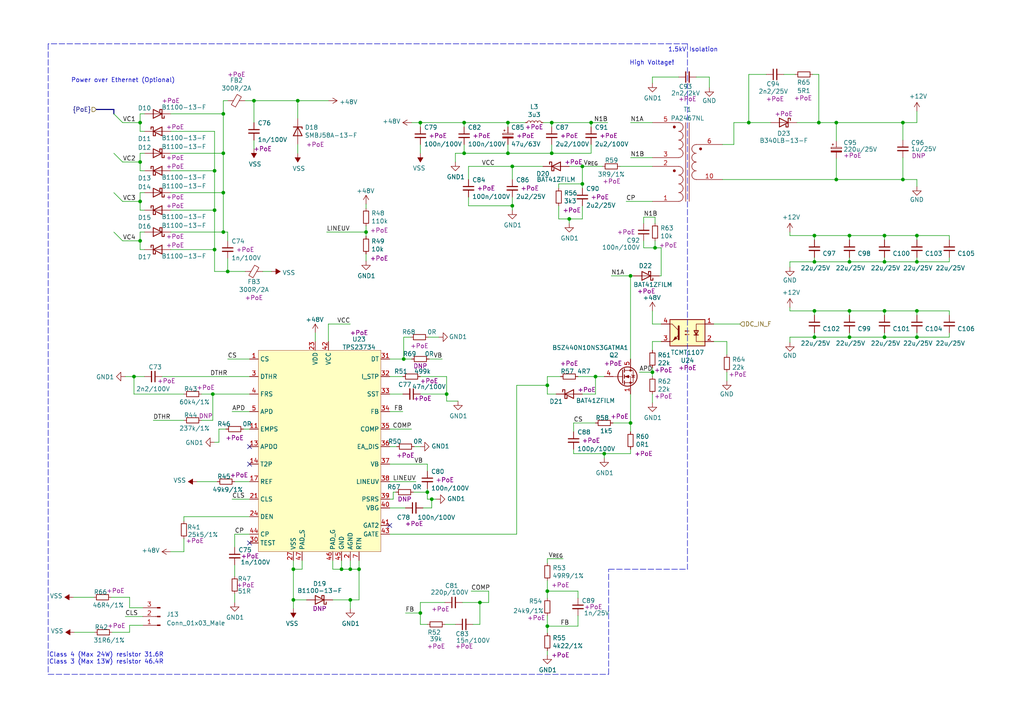
<source format=kicad_sch>
(kicad_sch (version 20210406) (generator eeschema)
  (paper "A4")
  (title_block (title "Power over Ethernet") (date "2021-01-12") (rev "0.1") (company "Nabu Casa") (comment 1 "www.nabucasa.com") (comment 2 "Light Blue"))
  (junction (at 38.862 109.22) (diameter 0.9144))
  (junction (at 40.64 35.56) (diameter 0.9144))
  (junction (at 40.64 46.99) (diameter 0.9144))
  (junction (at 40.64 58.42) (diameter 0.9144))
  (junction (at 40.64 69.85) (diameter 0.9144))
  (junction (at 61.722 114.3) (diameter 0.9144))
  (junction (at 62.23 49.53) (diameter 0.9144))
  (junction (at 62.23 60.96) (diameter 0.9144))
  (junction (at 62.23 72.39) (diameter 0.9144))
  (junction (at 64.77 33.02) (diameter 0.9144))
  (junction (at 64.77 44.45) (diameter 0.9144))
  (junction (at 64.77 55.88) (diameter 0.9144))
  (junction (at 64.77 67.31) (diameter 0.9144))
  (junction (at 66.04 78.74) (diameter 0.9144))
  (junction (at 73.66 29.21) (diameter 0.9144))
  (junction (at 85.09 165.1) (diameter 0.9144))
  (junction (at 85.09 173.99) (diameter 0.9144))
  (junction (at 86.36 29.21) (diameter 0.9144))
  (junction (at 99.06 165.1) (diameter 0.9144))
  (junction (at 101.6 165.1) (diameter 0.9144))
  (junction (at 101.6 173.99) (diameter 0.9144))
  (junction (at 104.14 165.1) (diameter 0.9144))
  (junction (at 106.172 67.31) (diameter 0.9144))
  (junction (at 117.094 104.14) (diameter 0.9144))
  (junction (at 121.92 35.56) (diameter 0.9144))
  (junction (at 121.92 177.8) (diameter 0.9144))
  (junction (at 123.952 142.748) (diameter 0.9144))
  (junction (at 125.222 144.78) (diameter 0.9144))
  (junction (at 129.54 114.3) (diameter 0.9144))
  (junction (at 134.62 35.56) (diameter 0.9144))
  (junction (at 134.62 44.45) (diameter 0.9144))
  (junction (at 139.192 174.752) (diameter 0.9144))
  (junction (at 147.32 35.56) (diameter 0.9144))
  (junction (at 147.32 44.45) (diameter 0.9144))
  (junction (at 148.59 48.26) (diameter 0.9144))
  (junction (at 148.59 59.69) (diameter 0.9144))
  (junction (at 158.75 111.76) (diameter 0.9144))
  (junction (at 158.75 171.45) (diameter 0.9144))
  (junction (at 158.75 181.61) (diameter 0.9144))
  (junction (at 160.02 35.56) (diameter 0.9144))
  (junction (at 160.02 44.45) (diameter 0.9144))
  (junction (at 165.1 63.5) (diameter 0.9144))
  (junction (at 168.91 48.26) (diameter 0.9144))
  (junction (at 168.91 53.34) (diameter 0.9144))
  (junction (at 171.45 35.56) (diameter 0.9144))
  (junction (at 172.72 109.22) (diameter 0.9144))
  (junction (at 175.26 131.572) (diameter 0.9144))
  (junction (at 182.88 80.01) (diameter 0.9144))
  (junction (at 182.88 122.682) (diameter 0.9144))
  (junction (at 189.23 107.95) (diameter 0.9144))
  (junction (at 189.992 71.882) (diameter 0.9144))
  (junction (at 217.17 35.56) (diameter 0.9144))
  (junction (at 236.22 68.326) (diameter 0.9144))
  (junction (at 236.22 75.946) (diameter 0.9144))
  (junction (at 236.22 90.17) (diameter 0.9144))
  (junction (at 236.22 97.79) (diameter 0.9144))
  (junction (at 237.49 35.56) (diameter 0.9144))
  (junction (at 242.57 35.56) (diameter 0.9144))
  (junction (at 242.57 52.07) (diameter 0.9144))
  (junction (at 246.38 68.326) (diameter 0.9144))
  (junction (at 246.38 75.946) (diameter 0.9144))
  (junction (at 246.38 90.17) (diameter 0.9144))
  (junction (at 246.38 97.79) (diameter 0.9144))
  (junction (at 256.54 68.326) (diameter 0.9144))
  (junction (at 256.54 75.946) (diameter 0.9144))
  (junction (at 256.54 90.17) (diameter 0.9144))
  (junction (at 256.54 97.79) (diameter 0.9144))
  (junction (at 261.874 35.56) (diameter 0.9144))
  (junction (at 261.874 52.07) (diameter 0.9144))
  (junction (at 265.938 68.326) (diameter 0.9144))
  (junction (at 265.938 75.946) (diameter 0.9144))
  (junction (at 265.938 90.17) (diameter 0.9144))
  (junction (at 265.938 97.79) (diameter 0.9144))
  (no_connect (at 72.39 129.54))
  (no_connect (at 72.39 134.62))
  (no_connect (at 72.39 157.48))
  (no_connect (at 113.03 152.4))
  (bus_entry (at 33.02 33.02) (size 2.54 2.54) (stroke (width 0.1524)))
  (bus_entry (at 33.02 44.45) (size 2.54 2.54) (stroke (width 0.1524)))
  (bus_entry (at 33.02 55.88) (size 2.54 2.54) (stroke (width 0.1524)))
  (bus_entry (at 33.02 67.31) (size 2.54 2.54) (stroke (width 0.1524)))
  (wire (pts (xy 21.336 173.228) (xy 27.178 173.228)))
  (wire (pts (xy 21.59 183.388) (xy 27.432 183.388)))
  (wire (pts (xy 35.56 35.56) (xy 40.64 35.56)))
  (wire (pts (xy 35.56 46.99) (xy 40.64 46.99)))
  (wire (pts (xy 35.56 58.42) (xy 40.64 58.42)))
  (wire (pts (xy 35.56 69.85) (xy 40.64 69.85)))
  (wire (pts (xy 36.322 109.22) (xy 38.862 109.22)))
  (wire (pts (xy 36.322 178.816) (xy 41.402 178.816)))
  (wire (pts (xy 37.592 173.228) (xy 32.258 173.228)))
  (wire (pts (xy 37.592 176.276) (xy 37.592 173.228)))
  (wire (pts (xy 37.592 181.356) (xy 37.592 183.388)))
  (wire (pts (xy 37.592 183.388) (xy 32.512 183.388)))
  (wire (pts (xy 38.862 109.22) (xy 41.91 109.22)))
  (wire (pts (xy 38.862 114.3) (xy 38.862 109.22)))
  (wire (pts (xy 40.64 33.02) (xy 40.64 35.56)))
  (wire (pts (xy 40.64 38.1) (xy 40.64 35.56)))
  (wire (pts (xy 40.64 44.45) (xy 40.64 46.99)))
  (wire (pts (xy 40.64 49.53) (xy 40.64 46.99)))
  (wire (pts (xy 40.64 55.88) (xy 40.64 58.42)))
  (wire (pts (xy 40.64 60.96) (xy 40.64 58.42)))
  (wire (pts (xy 40.64 67.31) (xy 40.64 69.85)))
  (wire (pts (xy 40.64 72.39) (xy 40.64 69.85)))
  (wire (pts (xy 41.402 176.276) (xy 37.592 176.276)))
  (wire (pts (xy 41.402 181.356) (xy 37.592 181.356)))
  (wire (pts (xy 41.91 33.02) (xy 40.64 33.02)))
  (wire (pts (xy 41.91 38.1) (xy 40.64 38.1)))
  (wire (pts (xy 41.91 44.45) (xy 40.64 44.45)))
  (wire (pts (xy 41.91 49.53) (xy 40.64 49.53)))
  (wire (pts (xy 41.91 55.88) (xy 40.64 55.88)))
  (wire (pts (xy 41.91 60.96) (xy 40.64 60.96)))
  (wire (pts (xy 41.91 67.31) (xy 40.64 67.31)))
  (wire (pts (xy 41.91 72.39) (xy 40.64 72.39)))
  (wire (pts (xy 44.45 121.92) (xy 53.34 121.92)))
  (wire (pts (xy 46.99 109.22) (xy 72.39 109.22)))
  (wire (pts (xy 49.53 33.02) (xy 64.77 33.02)))
  (wire (pts (xy 49.53 38.1) (xy 62.23 38.1)))
  (wire (pts (xy 49.53 44.45) (xy 64.77 44.45)))
  (wire (pts (xy 49.53 49.53) (xy 62.23 49.53)))
  (wire (pts (xy 49.53 55.88) (xy 64.77 55.88)))
  (wire (pts (xy 49.53 60.96) (xy 62.23 60.96)))
  (wire (pts (xy 49.53 67.31) (xy 64.77 67.31)))
  (wire (pts (xy 49.53 72.39) (xy 62.23 72.39)))
  (wire (pts (xy 53.34 114.3) (xy 38.862 114.3)))
  (wire (pts (xy 53.34 149.86) (xy 53.34 151.13)))
  (wire (pts (xy 53.34 156.21) (xy 53.34 160.02)))
  (wire (pts (xy 53.34 160.02) (xy 49.53 160.02)))
  (wire (pts (xy 57.15 139.7) (xy 62.992 139.7)))
  (wire (pts (xy 58.42 114.3) (xy 61.722 114.3)))
  (wire (pts (xy 58.42 121.92) (xy 61.722 121.92)))
  (wire (pts (xy 61.722 114.3) (xy 72.39 114.3)))
  (wire (pts (xy 61.722 121.92) (xy 61.722 114.3)))
  (wire (pts (xy 62.23 38.1) (xy 62.23 49.53)))
  (wire (pts (xy 62.23 49.53) (xy 62.23 60.96)))
  (wire (pts (xy 62.23 60.96) (xy 62.23 72.39)))
  (wire (pts (xy 62.23 72.39) (xy 62.23 78.74)))
  (wire (pts (xy 62.23 78.74) (xy 66.04 78.74)))
  (wire (pts (xy 63.5 124.46) (xy 63.5 128.27)))
  (wire (pts (xy 63.5 124.46) (xy 65.532 124.46)))
  (wire (pts (xy 63.5 128.27) (xy 62.23 128.27)))
  (wire (pts (xy 64.77 29.21) (xy 64.77 33.02)))
  (wire (pts (xy 64.77 29.21) (xy 66.04 29.21)))
  (wire (pts (xy 64.77 33.02) (xy 64.77 44.45)))
  (wire (pts (xy 64.77 44.45) (xy 64.77 55.88)))
  (wire (pts (xy 64.77 55.88) (xy 64.77 67.31)))
  (wire (pts (xy 64.77 67.31) (xy 66.04 67.31)))
  (wire (pts (xy 66.04 67.31) (xy 66.04 69.85)))
  (wire (pts (xy 66.04 74.93) (xy 66.04 78.74)))
  (wire (pts (xy 66.04 78.74) (xy 71.12 78.74)))
  (wire (pts (xy 66.04 104.14) (xy 72.39 104.14)))
  (wire (pts (xy 67.31 119.38) (xy 72.39 119.38)))
  (wire (pts (xy 67.31 144.78) (xy 72.39 144.78)))
  (wire (pts (xy 68.072 139.7) (xy 72.39 139.7)))
  (wire (pts (xy 68.072 154.94) (xy 68.072 158.75)))
  (wire (pts (xy 68.072 154.94) (xy 72.39 154.94)))
  (wire (pts (xy 68.072 163.83) (xy 68.072 167.132)))
  (wire (pts (xy 68.072 172.212) (xy 68.072 174.752)))
  (wire (pts (xy 70.612 124.46) (xy 72.39 124.46)))
  (wire (pts (xy 71.12 29.21) (xy 73.66 29.21)))
  (wire (pts (xy 72.39 149.86) (xy 53.34 149.86)))
  (wire (pts (xy 73.66 29.21) (xy 73.66 35.56)))
  (wire (pts (xy 73.66 29.21) (xy 86.36 29.21)))
  (wire (pts (xy 73.66 40.64) (xy 73.66 43.18)))
  (wire (pts (xy 76.2 78.74) (xy 78.74 78.74)))
  (wire (pts (xy 85.09 165.1) (xy 85.09 162.56)))
  (wire (pts (xy 85.09 165.1) (xy 85.09 173.99)))
  (wire (pts (xy 85.09 173.99) (xy 85.09 176.53)))
  (wire (pts (xy 85.09 173.99) (xy 88.9 173.99)))
  (wire (pts (xy 86.36 29.21) (xy 95.25 29.21)))
  (wire (pts (xy 86.36 34.29) (xy 86.36 29.21)))
  (wire (pts (xy 86.36 41.91) (xy 86.36 44.45)))
  (wire (pts (xy 87.63 162.56) (xy 87.63 165.1)))
  (wire (pts (xy 87.63 165.1) (xy 85.09 165.1)))
  (wire (pts (xy 91.44 96.52) (xy 91.44 99.06)))
  (wire (pts (xy 94.742 67.31) (xy 106.172 67.31)))
  (wire (pts (xy 95.25 93.98) (xy 101.6 93.98)))
  (wire (pts (xy 95.25 99.06) (xy 95.25 93.98)))
  (wire (pts (xy 96.52 162.56) (xy 96.52 165.1)))
  (wire (pts (xy 96.52 165.1) (xy 99.06 165.1)))
  (wire (pts (xy 96.52 173.99) (xy 101.6 173.99)))
  (wire (pts (xy 99.06 162.56) (xy 99.06 165.1)))
  (wire (pts (xy 99.06 165.1) (xy 101.6 165.1)))
  (wire (pts (xy 101.6 162.56) (xy 101.6 165.1)))
  (wire (pts (xy 101.6 165.1) (xy 104.14 165.1)))
  (wire (pts (xy 101.6 173.99) (xy 101.6 176.53)))
  (wire (pts (xy 104.14 165.1) (xy 104.14 162.56)))
  (wire (pts (xy 104.14 165.1) (xy 104.14 173.99)))
  (wire (pts (xy 104.14 173.99) (xy 101.6 173.99)))
  (wire (pts (xy 106.172 59.182) (xy 106.172 60.452)))
  (wire (pts (xy 106.172 65.532) (xy 106.172 67.31)))
  (wire (pts (xy 106.172 67.31) (xy 106.172 68.58)))
  (wire (pts (xy 106.172 73.66) (xy 106.172 75.692)))
  (wire (pts (xy 113.03 104.14) (xy 117.094 104.14)))
  (wire (pts (xy 113.03 109.22) (xy 116.84 109.22)))
  (wire (pts (xy 113.03 114.3) (xy 116.84 114.3)))
  (wire (pts (xy 113.03 119.38) (xy 116.84 119.38)))
  (wire (pts (xy 113.03 124.46) (xy 119.38 124.46)))
  (wire (pts (xy 113.03 129.54) (xy 115.062 129.54)))
  (wire (pts (xy 113.03 134.62) (xy 123.952 134.62)))
  (wire (pts (xy 113.03 139.7) (xy 120.65 139.7)))
  (wire (pts (xy 113.03 147.32) (xy 117.602 147.32)))
  (wire (pts (xy 113.03 154.94) (xy 149.86 154.94)))
  (wire (pts (xy 114.046 142.748) (xy 114.046 144.78)))
  (wire (pts (xy 114.046 144.78) (xy 113.03 144.78)))
  (wire (pts (xy 114.808 142.748) (xy 114.046 142.748)))
  (wire (pts (xy 117.094 97.79) (xy 117.094 104.14)))
  (wire (pts (xy 117.094 104.14) (xy 119.38 104.14)))
  (wire (pts (xy 117.602 177.8) (xy 121.92 177.8)))
  (wire (pts (xy 119.126 97.79) (xy 117.094 97.79)))
  (wire (pts (xy 119.38 35.56) (xy 121.92 35.56)))
  (wire (pts (xy 119.888 142.748) (xy 123.952 142.748)))
  (wire (pts (xy 120.142 129.54) (xy 121.92 129.54)))
  (wire (pts (xy 121.92 35.56) (xy 121.92 36.83)))
  (wire (pts (xy 121.92 35.56) (xy 134.62 35.56)))
  (wire (pts (xy 121.92 41.91) (xy 121.92 44.45)))
  (wire (pts (xy 121.92 109.22) (xy 129.54 109.22)))
  (wire (pts (xy 121.92 114.3) (xy 129.54 114.3)))
  (wire (pts (xy 121.92 174.752) (xy 121.92 177.8)))
  (wire (pts (xy 121.92 181.102) (xy 121.92 177.8)))
  (wire (pts (xy 122.682 147.32) (xy 125.222 147.32)))
  (wire (pts (xy 123.952 134.62) (xy 123.952 136.652)))
  (wire (pts (xy 123.952 141.732) (xy 123.952 142.748)))
  (wire (pts (xy 123.952 142.748) (xy 123.952 144.78)))
  (wire (pts (xy 123.952 144.78) (xy 125.222 144.78)))
  (wire (pts (xy 123.952 181.102) (xy 121.92 181.102)))
  (wire (pts (xy 124.206 97.79) (xy 127.254 97.79)))
  (wire (pts (xy 124.46 104.14) (xy 128.27 104.14)))
  (wire (pts (xy 125.222 144.78) (xy 126.492 144.78)))
  (wire (pts (xy 125.222 147.32) (xy 125.222 144.78)))
  (wire (pts (xy 129.032 174.752) (xy 121.92 174.752)))
  (wire (pts (xy 129.032 181.102) (xy 132.08 181.102)))
  (wire (pts (xy 129.54 109.22) (xy 129.54 114.3)))
  (wire (pts (xy 129.54 116.332) (xy 129.54 114.3)))
  (wire (pts (xy 132.08 44.45) (xy 132.08 46.99)))
  (wire (pts (xy 132.842 116.332) (xy 129.54 116.332)))
  (wire (pts (xy 134.112 174.752) (xy 139.192 174.752)))
  (wire (pts (xy 134.62 35.56) (xy 134.62 36.83)))
  (wire (pts (xy 134.62 35.56) (xy 147.32 35.56)))
  (wire (pts (xy 134.62 41.91) (xy 134.62 44.45)))
  (wire (pts (xy 134.62 44.45) (xy 132.08 44.45)))
  (wire (pts (xy 134.62 44.45) (xy 147.32 44.45)))
  (wire (pts (xy 135.89 48.26) (xy 135.89 52.07)))
  (wire (pts (xy 135.89 48.26) (xy 148.59 48.26)))
  (wire (pts (xy 135.89 57.15) (xy 135.89 59.69)))
  (wire (pts (xy 135.89 59.69) (xy 148.59 59.69)))
  (wire (pts (xy 137.16 181.102) (xy 139.192 181.102)))
  (wire (pts (xy 139.192 174.752) (xy 141.732 174.752)))
  (wire (pts (xy 139.192 181.102) (xy 139.192 174.752)))
  (wire (pts (xy 141.732 171.45) (xy 136.652 171.45)))
  (wire (pts (xy 141.732 174.752) (xy 141.732 171.45)))
  (wire (pts (xy 147.32 35.56) (xy 147.32 36.83)))
  (wire (pts (xy 147.32 35.56) (xy 152.4 35.56)))
  (wire (pts (xy 147.32 41.91) (xy 147.32 44.45)))
  (wire (pts (xy 147.32 44.45) (xy 160.02 44.45)))
  (wire (pts (xy 148.59 48.26) (xy 148.59 52.07)))
  (wire (pts (xy 148.59 48.26) (xy 157.48 48.26)))
  (wire (pts (xy 148.59 57.15) (xy 148.59 59.69)))
  (wire (pts (xy 148.59 59.69) (xy 148.59 60.96)))
  (wire (pts (xy 149.86 111.76) (xy 158.75 111.76)))
  (wire (pts (xy 149.86 154.94) (xy 149.86 111.76)))
  (wire (pts (xy 157.48 35.56) (xy 160.02 35.56)))
  (wire (pts (xy 158.75 109.22) (xy 162.56 109.22)))
  (wire (pts (xy 158.75 111.76) (xy 158.75 109.22)))
  (wire (pts (xy 158.75 114.3) (xy 158.75 111.76)))
  (wire (pts (xy 158.75 162.052) (xy 163.322 162.052)))
  (wire (pts (xy 158.75 163.322) (xy 158.75 162.052)))
  (wire (pts (xy 158.75 168.402) (xy 158.75 171.45)))
  (wire (pts (xy 158.75 171.45) (xy 158.75 173.482)))
  (wire (pts (xy 158.75 171.45) (xy 167.64 171.45)))
  (wire (pts (xy 158.75 178.562) (xy 158.75 181.61)))
  (wire (pts (xy 158.75 181.61) (xy 158.75 183.642)))
  (wire (pts (xy 158.75 188.722) (xy 158.75 189.992)))
  (wire (pts (xy 160.02 35.56) (xy 160.02 36.83)))
  (wire (pts (xy 160.02 35.56) (xy 171.45 35.56)))
  (wire (pts (xy 160.02 41.91) (xy 160.02 44.45)))
  (wire (pts (xy 160.02 44.45) (xy 171.45 44.45)))
  (wire (pts (xy 161.29 114.3) (xy 158.75 114.3)))
  (wire (pts (xy 162.052 53.34) (xy 168.91 53.34)))
  (wire (pts (xy 162.052 54.61) (xy 162.052 53.34)))
  (wire (pts (xy 162.052 59.69) (xy 162.052 63.5)))
  (wire (pts (xy 162.052 63.5) (xy 165.1 63.5)))
  (wire (pts (xy 165.1 48.26) (xy 168.91 48.26)))
  (wire (pts (xy 165.1 63.5) (xy 165.1 64.77)))
  (wire (pts (xy 165.1 63.5) (xy 168.91 63.5)))
  (wire (pts (xy 166.37 122.682) (xy 166.37 125.222)))
  (wire (pts (xy 166.37 131.572) (xy 166.37 130.302)))
  (wire (pts (xy 167.64 173.482) (xy 167.64 171.45)))
  (wire (pts (xy 167.64 178.562) (xy 167.64 181.61)))
  (wire (pts (xy 167.64 181.61) (xy 158.75 181.61)))
  (wire (pts (xy 168.91 48.26) (xy 168.91 53.34)))
  (wire (pts (xy 168.91 48.26) (xy 174.752 48.26)))
  (wire (pts (xy 168.91 53.34) (xy 168.91 54.61)))
  (wire (pts (xy 168.91 63.5) (xy 168.91 59.69)))
  (wire (pts (xy 168.91 114.3) (xy 172.72 114.3)))
  (wire (pts (xy 171.45 35.56) (xy 171.45 36.83)))
  (wire (pts (xy 171.45 35.56) (xy 176.276 35.56)))
  (wire (pts (xy 171.45 41.91) (xy 171.45 44.45)))
  (wire (pts (xy 172.72 109.22) (xy 167.64 109.22)))
  (wire (pts (xy 172.72 109.22) (xy 175.26 109.22)))
  (wire (pts (xy 172.72 114.3) (xy 172.72 109.22)))
  (wire (pts (xy 172.72 122.682) (xy 166.37 122.682)))
  (wire (pts (xy 175.26 131.572) (xy 166.37 131.572)))
  (wire (pts (xy 175.26 131.572) (xy 175.26 132.842)))
  (wire (pts (xy 177.292 80.01) (xy 182.88 80.01)))
  (wire (pts (xy 177.8 122.682) (xy 182.88 122.682)))
  (wire (pts (xy 179.832 48.26) (xy 189.23 48.26)))
  (wire (pts (xy 181.61 58.42) (xy 189.23 58.42)))
  (wire (pts (xy 182.88 35.56) (xy 189.23 35.56)))
  (wire (pts (xy 182.88 45.72) (xy 189.23 45.72)))
  (wire (pts (xy 182.88 80.01) (xy 182.88 104.14)))
  (wire (pts (xy 182.88 80.01) (xy 183.642 80.01)))
  (wire (pts (xy 182.88 114.3) (xy 182.88 122.682)))
  (wire (pts (xy 182.88 122.682) (xy 182.88 125.222)))
  (wire (pts (xy 182.88 130.302) (xy 182.88 131.572)))
  (wire (pts (xy 182.88 131.572) (xy 175.26 131.572)))
  (wire (pts (xy 185.42 107.95) (xy 189.23 107.95)))
  (wire (pts (xy 186.69 62.992) (xy 186.69 64.77)))
  (wire (pts (xy 186.69 69.85) (xy 186.69 71.882)))
  (wire (pts (xy 186.69 71.882) (xy 189.992 71.882)))
  (wire (pts (xy 189.23 22.352) (xy 189.23 24.13)))
  (wire (pts (xy 189.23 93.98) (xy 189.23 90.17)))
  (wire (pts (xy 189.23 99.06) (xy 189.23 101.6)))
  (wire (pts (xy 189.23 106.68) (xy 189.23 107.95)))
  (wire (pts (xy 189.23 107.95) (xy 189.23 109.22)))
  (wire (pts (xy 189.23 114.3) (xy 189.23 116.84)))
  (wire (pts (xy 189.992 62.992) (xy 186.69 62.992)))
  (wire (pts (xy 189.992 64.77) (xy 189.992 62.992)))
  (wire (pts (xy 189.992 71.882) (xy 189.992 69.85)))
  (wire (pts (xy 191.262 80.01) (xy 191.77 80.01)))
  (wire (pts (xy 191.77 71.882) (xy 189.992 71.882)))
  (wire (pts (xy 191.77 80.01) (xy 191.77 71.882)))
  (wire (pts (xy 191.77 93.98) (xy 189.23 93.98)))
  (wire (pts (xy 191.77 99.06) (xy 189.23 99.06)))
  (wire (pts (xy 196.85 22.352) (xy 189.23 22.352)))
  (wire (pts (xy 205.74 22.352) (xy 201.93 22.352)))
  (wire (pts (xy 205.74 25.4) (xy 205.74 22.352)))
  (wire (pts (xy 207.01 93.98) (xy 214.63 93.98)))
  (wire (pts (xy 207.01 99.06) (xy 210.82 99.06)))
  (wire (pts (xy 209.55 41.91) (xy 212.852 41.91)))
  (wire (pts (xy 209.55 52.07) (xy 242.57 52.07)))
  (wire (pts (xy 210.82 99.06) (xy 210.82 102.87)))
  (wire (pts (xy 210.82 107.95) (xy 210.82 110.49)))
  (wire (pts (xy 212.852 35.56) (xy 217.17 35.56)))
  (wire (pts (xy 212.852 41.91) (xy 212.852 35.56)))
  (wire (pts (xy 217.17 21.59) (xy 217.17 35.56)))
  (wire (pts (xy 217.17 35.56) (xy 223.52 35.56)))
  (wire (pts (xy 222.25 21.59) (xy 217.17 21.59)))
  (wire (pts (xy 227.33 21.59) (xy 230.632 21.59)))
  (wire (pts (xy 229.108 68.326) (xy 229.108 67.31)))
  (wire (pts (xy 229.108 68.326) (xy 236.22 68.326)))
  (wire (pts (xy 229.108 75.946) (xy 229.108 77.47)))
  (wire (pts (xy 229.108 75.946) (xy 236.22 75.946)))
  (wire (pts (xy 229.108 90.17) (xy 229.108 89.154)))
  (wire (pts (xy 229.108 90.17) (xy 236.22 90.17)))
  (wire (pts (xy 229.108 97.79) (xy 229.108 99.314)))
  (wire (pts (xy 229.108 97.79) (xy 236.22 97.79)))
  (wire (pts (xy 231.14 35.56) (xy 237.49 35.56)))
  (wire (pts (xy 235.712 21.59) (xy 237.49 21.59)))
  (wire (pts (xy 236.22 68.326) (xy 236.22 69.596)))
  (wire (pts (xy 236.22 68.326) (xy 246.38 68.326)))
  (wire (pts (xy 236.22 74.676) (xy 236.22 75.946)))
  (wire (pts (xy 236.22 75.946) (xy 246.38 75.946)))
  (wire (pts (xy 236.22 90.17) (xy 236.22 91.44)))
  (wire (pts (xy 236.22 90.17) (xy 246.38 90.17)))
  (wire (pts (xy 236.22 96.52) (xy 236.22 97.79)))
  (wire (pts (xy 236.22 97.79) (xy 246.38 97.79)))
  (wire (pts (xy 237.49 21.59) (xy 237.49 35.56)))
  (wire (pts (xy 237.49 35.56) (xy 242.57 35.56)))
  (wire (pts (xy 242.57 35.56) (xy 242.57 40.894)))
  (wire (pts (xy 242.57 35.56) (xy 261.874 35.56)))
  (wire (pts (xy 242.57 45.974) (xy 242.57 52.07)))
  (wire (pts (xy 242.57 52.07) (xy 261.874 52.07)))
  (wire (pts (xy 246.38 68.326) (xy 246.38 69.596)))
  (wire (pts (xy 246.38 68.326) (xy 256.54 68.326)))
  (wire (pts (xy 246.38 74.676) (xy 246.38 75.946)))
  (wire (pts (xy 246.38 75.946) (xy 256.54 75.946)))
  (wire (pts (xy 246.38 90.17) (xy 246.38 91.44)))
  (wire (pts (xy 246.38 90.17) (xy 256.54 90.17)))
  (wire (pts (xy 246.38 96.52) (xy 246.38 97.79)))
  (wire (pts (xy 246.38 97.79) (xy 256.54 97.79)))
  (wire (pts (xy 256.54 68.326) (xy 256.54 69.596)))
  (wire (pts (xy 256.54 68.326) (xy 265.938 68.326)))
  (wire (pts (xy 256.54 74.676) (xy 256.54 75.946)))
  (wire (pts (xy 256.54 75.946) (xy 265.938 75.946)))
  (wire (pts (xy 256.54 90.17) (xy 256.54 91.44)))
  (wire (pts (xy 256.54 90.17) (xy 265.938 90.17)))
  (wire (pts (xy 256.54 96.52) (xy 256.54 97.79)))
  (wire (pts (xy 256.54 97.79) (xy 265.938 97.79)))
  (wire (pts (xy 261.874 35.56) (xy 261.874 40.64)))
  (wire (pts (xy 261.874 35.56) (xy 265.938 35.56)))
  (wire (pts (xy 261.874 45.72) (xy 261.874 52.07)))
  (wire (pts (xy 261.874 52.07) (xy 265.938 52.07)))
  (wire (pts (xy 265.938 35.56) (xy 265.938 32.258)))
  (wire (pts (xy 265.938 52.07) (xy 265.938 54.102)))
  (wire (pts (xy 265.938 68.326) (xy 265.938 69.596)))
  (wire (pts (xy 265.938 68.326) (xy 275.336 68.326)))
  (wire (pts (xy 265.938 74.676) (xy 265.938 75.946)))
  (wire (pts (xy 265.938 75.946) (xy 275.336 75.946)))
  (wire (pts (xy 265.938 90.17) (xy 265.938 91.44)))
  (wire (pts (xy 265.938 90.17) (xy 275.336 90.17)))
  (wire (pts (xy 265.938 96.52) (xy 265.938 97.79)))
  (wire (pts (xy 265.938 97.79) (xy 275.336 97.79)))
  (wire (pts (xy 275.336 68.326) (xy 275.336 69.596)))
  (wire (pts (xy 275.336 74.676) (xy 275.336 75.946)))
  (wire (pts (xy 275.336 90.17) (xy 275.336 91.44)))
  (wire (pts (xy 275.336 96.52) (xy 275.336 97.79)))
  (bus (pts (xy 27.94 31.75) (xy 33.02 31.75)))
  (bus (pts (xy 33.02 31.75) (xy 33.02 67.31)))
  (polyline (pts (xy 13.97 12.7) (xy 13.97 195.58)) (stroke (width 0) (type dash)))
  (polyline (pts (xy 13.97 195.58) (xy 176.53 195.58)) (stroke (width 0) (type dash)))
  (polyline (pts (xy 176.53 165.1) (xy 199.39 165.1)) (stroke (width 0) (type dash)))
  (polyline (pts (xy 176.53 195.58) (xy 176.53 165.1)) (stroke (width 0) (type dash)))
  (polyline (pts (xy 199.39 12.7) (xy 13.97 12.7)) (stroke (width 0) (type dash)))
  (polyline (pts (xy 199.39 12.7) (xy 199.39 165.1)) (stroke (width 0) (type dash)))
  (text "Class 4 (Max 24W) resistor 31.6R\nClass 3 (Max 13W) resistor 46.4R" (at 47.498 192.786 0) (effects (font (size 1.27 1.27)) (justify right bottom)))
  (text "Power over Ethernet (Optional)" (at 50.8 24.13 180) (effects (font (size 1.27 1.27)) (justify right bottom)))
  (text "High Voltage!" (at 195.58 19.05 180) (effects (font (size 1.27 1.27)) (justify right bottom)))
  (text "1.5kV Isolation" (at 208.28 15.24 180) (effects (font (size 1.27 1.27)) (justify right bottom)))
  (label "CLS" (at 36.322 178.816 0))
  (label "VC1" (at 39.37 35.56 180))
  (label "VC2" (at 39.37 46.99 180))
  (label "VC3" (at 39.37 58.42 180))
  (label "VC4" (at 39.37 69.85 180))
  (label "DTHR" (at 44.45 121.92 0))
  (label "DTHR" (at 60.96 109.22 0))
  (label "CS" (at 66.04 104.14 0))
  (label "APD" (at 67.31 119.38 0))
  (label "CLS" (at 67.31 144.78 0))
  (label "CP" (at 68.072 154.94 0))
  (label "LINEUV" (at 94.742 67.31 0))
  (label "VCC" (at 101.6 93.98 180))
  (label "FB" (at 116.84 119.38 180))
  (label "FB" (at 117.602 177.8 0))
  (label "COMP" (at 119.38 124.46 180))
  (label "LINEUV" (at 120.65 139.7 180))
  (label "VB" (at 122.682 134.62 180))
  (label "VB" (at 128.27 104.14 180))
  (label "COMP" (at 136.652 171.45 0))
  (label "VCC" (at 139.7 48.26 0))
  (label "V_{REG}" (at 163.322 162.052 180))
  (label "FB" (at 165.1 181.61 180))
  (label "CS" (at 166.37 122.682 0))
  (label "V_{REG}" (at 173.482 48.26 180))
  (label "N1B" (at 176.276 35.56 180))
  (label "N1A" (at 177.292 80.01 0))
  (label "CP" (at 181.61 58.42 0))
  (label "N1A" (at 182.88 35.56 0))
  (label "N1B" (at 182.88 45.72 0))
  (label "APD" (at 185.42 107.95 0))
  (label "N1B" (at 186.69 62.992 0))
  (hierarchical_label "{PoE}" (shape input) (at 27.94 31.75 180))
  (hierarchical_label "DC_IN_F" (shape input) (at 214.63 93.98 0))
  (symbol (lib_id "power:VSS") (at 21.336 173.228 90) (unit 1)
    (property "Reference" "#PWR0199" (effects hide))
    (property "Value" "VSS" (at 18.1609 172.8597 90) (effects (justify left)))
  )
  (symbol (lib_id "power:VSS") (at 21.59 183.388 90) (unit 1)
    (property "Reference" "#PWR0155" (effects hide))
    (property "Value" "VSS" (at 18.4149 183.0197 90) (effects (justify left)))
  )
  (symbol (lib_id "power:+48V") (at 49.53 160.02 90) (unit 1)
    (property "Reference" "#PWR0156" (effects hide))
    (property "Value" "+48V" (at 46.3549 159.6517 90) (effects (justify left)))
  )
  (symbol (lib_id "power:VSS") (at 57.15 139.7 90) (unit 1)
    (property "Reference" "#PWR0157" (effects hide))
    (property "Value" "VSS" (at 53.9749 139.3317 90) (effects (justify left)))
  )
  (symbol (lib_id "power:VSS") (at 73.66 43.18 180) (unit 1)
    (property "Reference" "#PWR0160" (effects hide))
    (property "Value" "VSS" (at 75.8317 47.6251 0) (effects (justify left)))
  )
  (symbol (lib_id "power:VSS") (at 78.74 78.74 270) (unit 1)
    (property "Reference" "#PWR0161" (effects hide))
    (property "Value" "VSS" (at 81.9151 79.1083 90) (effects (justify left)))
  )
  (symbol (lib_id "power:VSS") (at 85.09 176.53 180) (unit 1)
    (property "Reference" "#PWR0162" (effects hide))
    (property "Value" "VSS" (at 84.7217 180.8544 0))
  )
  (symbol (lib_id "power:VSS") (at 86.36 44.45 180) (unit 1)
    (property "Reference" "#PWR0163" (effects hide))
    (property "Value" "VSS" (at 88.5317 48.8951 0) (effects (justify left)))
  )
  (symbol (lib_id "power:+48V") (at 91.44 96.52 0) (unit 1)
    (property "Reference" "#PWR0164" (effects hide))
    (property "Value" "+48V" (at 88.6333 92.7099 0) (effects (justify left)))
  )
  (symbol (lib_id "power:+48V") (at 95.25 29.21 270) (unit 1)
    (property "Reference" "#PWR0165" (effects hide))
    (property "Value" "+48V" (at 98.4251 29.5783 90) (effects (justify left)))
  )
  (symbol (lib_id "power:+48V") (at 106.172 59.182 0) (unit 1)
    (property "Reference" "#PWR0167" (effects hide))
    (property "Value" "+48V" (at 103.3653 55.3719 0) (effects (justify left)))
  )
  (symbol (lib_id "power:+48V") (at 119.38 35.56 90) (unit 1)
    (property "Reference" "#PWR0169" (effects hide))
    (property "Value" "+48V" (at 116.2049 35.1917 90) (effects (justify left)))
  )
  (symbol (lib_id "power:VSS") (at 121.92 44.45 180) (unit 1)
    (property "Reference" "#PWR0170" (effects hide))
    (property "Value" "VSS" (at 121.5517 48.7744 0))
  )
  (symbol (lib_id "power:+48V") (at 189.23 90.17 0) (unit 1)
    (property "Reference" "#PWR0180" (effects hide))
    (property "Value" "+48V" (at 186.4233 86.3599 0) (effects (justify left)))
  )
  (symbol (lib_id "power:+12V") (at 229.108 67.31 0) (unit 1)
    (property "Reference" "#PWR0184" (effects hide))
    (property "Value" "+12V" (at 229.4763 62.9856 0))
  )
  (symbol (lib_id "power:+12V") (at 229.108 89.154 0) (unit 1)
    (property "Reference" "#PWR0186" (effects hide))
    (property "Value" "+12V" (at 229.4763 84.8296 0))
  )
  (symbol (lib_id "power:+12V") (at 265.938 32.258 0) (unit 1)
    (property "Reference" "#PWR0188" (effects hide))
    (property "Value" "+12V" (at 266.3063 27.9336 0))
  )
  (symbol (lib_id "Device:L_Small") (at 154.94 35.56 90) (unit 1)
    (property "Reference" "L3" (at 154.94 30.9688 90))
    (property "Value" "3u3" (at 154.94 33.267 90))
    (property "Footprint" "Inductor_SMD:L_Taiyo-Yuden_NR-80xx" (effects hide))
    (property "Config" "+PoE" (at 154.94 36.83 90))
    (property "Manufacturer" "Taiyo Yuden" (effects hide))
    (property "PartNumber" "NRS8030T3R3MJGJ" (effects hide))
  )
  (symbol (lib_id "power:GND1") (at 36.322 109.22 270) (unit 1)
    (property "Reference" "#PWR0154" (effects hide))
    (property "Value" "GND1" (at 33.1469 109.3343 90) (effects (justify right)))
  )
  (symbol (lib_id "power:GND1") (at 62.23 128.27 270) (unit 1)
    (property "Reference" "#PWR0158" (effects hide))
    (property "Value" "GND1" (at 59.0549 128.3843 90) (effects (justify right)))
  )
  (symbol (lib_id "power:GND1") (at 68.072 174.752 0) (unit 1)
    (property "Reference" "#PWR0159" (effects hide))
    (property "Value" "GND1" (at 68.1863 179.0764 0))
  )
  (symbol (lib_id "power:GND1") (at 101.6 176.53 0) (unit 1)
    (property "Reference" "#PWR0166" (effects hide))
    (property "Value" "GND1" (at 101.7143 180.8544 0))
  )
  (symbol (lib_id "power:GND1") (at 106.172 75.692 0) (unit 1)
    (property "Reference" "#PWR0168" (effects hide))
    (property "Value" "GND1" (at 106.2863 80.0164 0))
  )
  (symbol (lib_id "power:GND1") (at 121.92 129.54 90) (unit 1)
    (property "Reference" "#PWR0171" (effects hide))
    (property "Value" "GND1" (at 125.0951 129.4257 90) (effects (justify right)))
  )
  (symbol (lib_id "power:GND1") (at 126.492 144.78 90) (unit 1)
    (property "Reference" "#PWR0172" (effects hide))
    (property "Value" "GND1" (at 129.6671 144.6657 90) (effects (justify right)))
  )
  (symbol (lib_id "power:GND1") (at 127.254 97.79 90) (unit 1)
    (property "Reference" "#PWR0200" (effects hide))
    (property "Value" "GND1" (at 132.8484 97.6757 90))
  )
  (symbol (lib_id "power:GND1") (at 132.08 46.99 0) (unit 1)
    (property "Reference" "#PWR0173" (effects hide))
    (property "Value" "GND1" (at 132.1943 51.3144 0))
  )
  (symbol (lib_id "power:GND1") (at 132.842 116.332 0) (unit 1)
    (property "Reference" "#PWR0174" (effects hide))
    (property "Value" "GND1" (at 132.9563 120.6564 0))
  )
  (symbol (lib_id "power:GND1") (at 148.59 60.96 0) (unit 1)
    (property "Reference" "#PWR0175" (effects hide))
    (property "Value" "GND1" (at 148.7043 65.2844 0))
  )
  (symbol (lib_id "power:GND1") (at 158.75 189.992 0) (unit 1)
    (property "Reference" "#PWR0176" (effects hide))
    (property "Value" "GND1" (at 158.8643 194.3164 0))
  )
  (symbol (lib_id "power:GND1") (at 165.1 64.77 0) (unit 1)
    (property "Reference" "#PWR0177" (effects hide))
    (property "Value" "GND1" (at 165.2143 69.0944 0))
  )
  (symbol (lib_id "power:GND1") (at 175.26 132.842 0) (unit 1)
    (property "Reference" "#PWR0178" (effects hide))
    (property "Value" "GND1" (at 175.3743 137.1664 0))
  )
  (symbol (lib_id "power:GND1") (at 189.23 24.13 0) (unit 1)
    (property "Reference" "#PWR0179" (effects hide))
    (property "Value" "GND1" (at 189.3443 28.4544 0))
  )
  (symbol (lib_id "power:GND1") (at 189.23 116.84 0) (unit 1)
    (property "Reference" "#PWR0181" (effects hide))
    (property "Value" "GND1" (at 189.3443 121.1644 0))
  )
  (symbol (lib_id "power:GND") (at 205.74 25.4 0) (unit 1)
    (property "Reference" "#PWR0182" (effects hide))
    (property "Value" "GND" (at 207.7593 29.2101 0) (effects (justify right)))
  )
  (symbol (lib_id "power:GND") (at 210.82 110.49 0) (unit 1)
    (property "Reference" "#PWR0183" (effects hide))
    (property "Value" "GND" (at 212.8393 114.3001 0) (effects (justify right)))
  )
  (symbol (lib_id "power:GND") (at 229.108 77.47 0) (unit 1)
    (property "Reference" "#PWR0185" (effects hide))
    (property "Value" "GND" (at 231.1273 81.2801 0) (effects (justify right)))
  )
  (symbol (lib_id "power:GND") (at 229.108 99.314 0) (unit 1)
    (property "Reference" "#PWR0187" (effects hide))
    (property "Value" "GND" (at 231.1273 103.1241 0) (effects (justify right)))
  )
  (symbol (lib_id "power:GND") (at 265.938 54.102 0) (unit 1)
    (property "Reference" "#PWR0189" (effects hide))
    (property "Value" "GND" (at 267.9573 57.9121 0) (effects (justify right)))
  )
  (symbol (lib_id "Device:R_Small") (at 29.718 173.228 90) (unit 1)
    (property "Reference" "R66" (at 31.1086 171.7293 90) (effects (justify left)))
    (property "Value" "46R4/1%" (at 35.947 175.539 90) (effects (justify left)))
    (property "Footprint" "Resistor_SMD:R_0402_1005Metric" (effects hide))
    (property "Config" "+PoE" (at 33.528 171.323 90))
  )
  (symbol (lib_id "Device:R_Small") (at 29.972 183.388 90) (unit 1)
    (property "Reference" "R42" (at 31.3626 181.8893 90) (effects (justify left)))
    (property "Value" "31R6/1%" (at 36.201 185.699 90) (effects (justify left)))
    (property "Footprint" "Resistor_SMD:R_0402_1005Metric" (effects hide))
    (property "Config" "+PoE" (at 33.782 181.483 90))
  )
  (symbol (lib_id "Device:R_Small") (at 53.34 153.67 180) (unit 1)
    (property "Reference" "R41" (at 58.1913 152.9144 0) (effects (justify left)))
    (property "Value" "25k5/1%" (at 63.271 155.061 0) (effects (justify left)))
    (property "Footprint" "Resistor_SMD:R_0402_1005Metric" (effects hide))
    (property "Config" "+PoE" (at 56.515 156.845 0))
  )
  (symbol (lib_id "Device:R_Small") (at 55.88 114.3 90) (unit 1)
    (property "Reference" "R43" (at 57.2706 112.8013 90) (effects (justify left)))
    (property "Value" "60k4/1%" (at 60.839 116.611 90) (effects (justify left)))
    (property "Footprint" "Resistor_SMD:R_0402_1005Metric" (effects hide))
    (property "Config" "+PoE" (at 59.69 112.395 90))
  )
  (symbol (lib_id "Device:R_Small") (at 55.88 121.92 90) (unit 1)
    (property "Reference" "R44" (at 57.2706 120.4213 90) (effects (justify left)))
    (property "Value" "237k/1%" (at 60.839 124.231 90) (effects (justify left)))
    (property "Footprint" "Resistor_SMD:R_0402_1005Metric" (effects hide))
    (property "Config" "DNP" (at 59.69 120.65 90))
  )
  (symbol (lib_id "Device:R_Small") (at 65.532 139.7 90) (unit 1)
    (property "Reference" "R45" (at 66.9226 138.2013 90) (effects (justify left)))
    (property "Value" "49k9/1%" (at 70.491 142.011 90) (effects (justify left)))
    (property "Footprint" "Resistor_SMD:R_0402_1005Metric" (effects hide))
    (property "Config" "+PoE" (at 69.342 137.795 90))
  )
  (symbol (lib_id "Device:R_Small") (at 68.072 124.46 90) (unit 1)
    (property "Reference" "R46" (at 66.9226 122.9613 90) (effects (justify left)))
    (property "Value" "0R" (at 73.031 122.961 90) (effects (justify left)))
    (property "Footprint" "Resistor_SMD:R_0402_1005Metric" (effects hide))
    (property "Config" "+PoE" (at 68.072 127 90))
  )
  (symbol (lib_id "Device:R_Small") (at 68.072 169.672 0) (unit 1)
    (property "Reference" "R47" (at 68.9357 167.8876 0) (effects (justify left)))
    (property "Value" "51R" (at 68.936 171.456 0) (effects (justify left)))
    (property "Footprint" "Resistor_SMD:R_0402_1005Metric" (effects hide))
    (property "Config" "+PoE" (at 71.247 169.672 0))
  )
  (symbol (lib_id "Device:R_Small") (at 106.172 62.992 0) (unit 1)
    (property "Reference" "R48" (at 107.6707 61.8426 0) (effects (justify left)))
    (property "Value" "110k" (at 107.671 64.141 0) (effects (justify left)))
    (property "Footprint" "Resistor_SMD:R_0402_1005Metric" (effects hide))
    (property "Config" "+PoE" (at 109.982 66.802 0))
  )
  (symbol (lib_id "Device:R_Small") (at 106.172 71.12 0) (unit 1)
    (property "Reference" "R49" (at 107.6707 69.9706 0) (effects (justify left)))
    (property "Value" "10k" (at 107.671 72.269 0) (effects (justify left)))
    (property "Footprint" "Resistor_SMD:R_0402_1005Metric" (effects hide))
    (property "Config" "+PoE" (at 109.982 74.93 0))
  )
  (symbol (lib_id "Device:R_Small") (at 117.348 142.748 90) (unit 1)
    (property "Reference" "R67" (at 116.1986 141.2493 90) (effects (justify left)))
    (property "Value" "0R" (at 122.307 141.249 90) (effects (justify left)))
    (property "Footprint" "Resistor_SMD:R_0402_1005Metric" (effects hide))
    (property "Config" "DNP" (at 117.348 144.78 90))
  )
  (symbol (lib_id "Device:R_Small") (at 117.602 129.54 90) (unit 1)
    (property "Reference" "R50" (at 116.4526 128.0413 90) (effects (justify left)))
    (property "Value" "0R" (at 122.561 128.041 90) (effects (justify left)))
    (property "Footprint" "Resistor_SMD:R_0402_1005Metric" (effects hide))
    (property "Config" "+PoE" (at 117.602 132.08 90))
  )
  (symbol (lib_id "Device:R_Small") (at 119.38 109.22 90) (unit 1)
    (property "Reference" "R51" (at 118.2306 107.7213 90) (effects (justify left)))
    (property "Value" "499k" (at 124.974 107.721 90) (effects (justify left)))
    (property "Footprint" "Resistor_SMD:R_0402_1005Metric" (effects hide))
    (property "Config" "+PoE" (at 124.46 110.49 90))
  )
  (symbol (lib_id "Device:R_Small") (at 121.666 97.79 90) (unit 1)
    (property "Reference" "R68" (at 120.5166 96.2913 90) (effects (justify left)))
    (property "Value" "0R" (at 126.625 96.291 90) (effects (justify left)))
    (property "Footprint" "Resistor_SMD:R_0402_1005Metric" (effects hide))
    (property "Config" "+PoE" (at 121.666 100.33 90))
  )
  (symbol (lib_id "Device:R_Small") (at 121.92 104.14 90) (unit 1)
    (property "Reference" "R69" (at 120.7706 102.6413 90) (effects (justify left)))
    (property "Value" "0R" (at 125.863 102.641 90) (effects (justify left)))
    (property "Footprint" "Resistor_SMD:R_0402_1005Metric" (effects hide))
    (property "Config" "DNP" (at 121.92 106.172 90))
  )
  (symbol (lib_id "Device:R_Small") (at 126.492 181.102 90) (unit 1)
    (property "Reference" "R52" (at 127.8826 183.4133 90) (effects (justify left)))
    (property "Value" "39k" (at 128.276 185.318 90) (effects (justify left)))
    (property "Footprint" "Resistor_SMD:R_0402_1005Metric" (effects hide))
    (property "Config" "+PoE" (at 126.492 187.452 90))
  )
  (symbol (lib_id "Device:R_Small") (at 158.75 165.862 0) (unit 1)
    (property "Reference" "R53" (at 160.2487 164.7126 0) (effects (justify left)))
    (property "Value" "49R9/1%" (at 160.249 167.011 0) (effects (justify left)))
    (property "Footprint" "Resistor_SMD:R_0402_1005Metric" (effects hide))
    (property "Config" "+PoE" (at 162.56 169.672 0))
  )
  (symbol (lib_id "Device:R_Small") (at 158.75 176.022 0) (unit 1)
    (property "Reference" "R54" (at 153.3907 174.3646 0) (effects (justify left)))
    (property "Value" "24k9/1%" (at 148.819 177.171 0) (effects (justify left)))
    (property "Footprint" "Resistor_SMD:R_0402_1005Metric" (effects hide))
    (property "Config" "+PoE" (at 155.575 179.197 0))
  )
  (symbol (lib_id "Device:R_Small") (at 158.75 186.182 0) (unit 1)
    (property "Reference" "R55" (at 160.2487 185.0326 0) (effects (justify left)))
    (property "Value" "4k22/1%" (at 160.249 187.331 0) (effects (justify left)))
    (property "Footprint" "Resistor_SMD:R_0402_1005Metric" (effects hide))
    (property "Config" "+PoE" (at 162.56 189.992 0))
  )
  (symbol (lib_id "Device:R_Small") (at 162.052 57.15 0) (unit 1)
    (property "Reference" "R56" (at 163.5507 56.0006 0) (effects (justify left)))
    (property "Value" "3k3" (at 163.551 58.299 0) (effects (justify left)))
    (property "Footprint" "Resistor_SMD:R_0402_1005Metric" (effects hide))
    (property "Config" "+PoE" (at 165.862 60.96 0))
  )
  (symbol (lib_id "Device:R_Small") (at 165.1 109.22 90) (unit 1)
    (property "Reference" "R57" (at 166.4906 107.7213 90) (effects (justify left)))
    (property "Value" "4R7" (at 171.329 107.721 90) (effects (justify left)))
    (property "Footprint" "Resistor_SMD:R_0805_2012Metric" (effects hide))
    (property "Config" "+PoE" (at 165.1 105.41 90))
  )
  (symbol (lib_id "Device:R_Small") (at 175.26 122.682 90) (unit 1)
    (property "Reference" "R58" (at 176.6506 121.1833 90) (effects (justify left)))
    (property "Value" "1k5" (at 177.679 124.993 90) (effects (justify left)))
    (property "Footprint" "Resistor_SMD:R_0402_1005Metric" (effects hide))
    (property "Config" "+PoE" (at 179.705 120.777 90))
  )
  (symbol (lib_id "Device:R_Small") (at 177.292 48.26 90) (unit 1)
    (property "Reference" "R59" (at 179.3176 46.5073 90) (effects (justify left)))
    (property "Value" "3R9/1%" (at 181.235 50.571 90) (effects (justify left)))
    (property "Footprint" "Resistor_SMD:R_0805_2012Metric" (effects hide))
    (property "Config" "+PoE" (at 177.419 52.578 90))
  )
  (symbol (lib_id "Device:R_Small") (at 182.88 127.762 0) (unit 1)
    (property "Reference" "R60" (at 184.3787 126.6126 0) (effects (justify left)))
    (property "Value" "0R1" (at 184.379 128.911 0) (effects (justify left)))
    (property "Footprint" "Resistor_SMD:R_0805_2012Metric" (effects hide))
    (property "Config" "+PoE" (at 186.69 131.572 0))
    (property "Characteristics" "0.1 Watt" (effects hide))
  )
  (symbol (lib_id "Device:R_Small") (at 189.23 104.14 0) (unit 1)
    (property "Reference" "R61" (at 190.7287 102.9906 0) (effects (justify left)))
    (property "Value" "22k" (at 190.729 105.289 0) (effects (justify left)))
    (property "Footprint" "Resistor_SMD:R_0402_1005Metric" (effects hide))
    (property "Config" "+PoE" (at 192.405 107.315 0))
  )
  (symbol (lib_id "Device:R_Small") (at 189.23 111.76 0) (unit 1)
    (property "Reference" "R62" (at 190.7287 110.6106 0) (effects (justify left)))
    (property "Value" "22k" (at 190.729 112.909 0) (effects (justify left)))
    (property "Footprint" "Resistor_SMD:R_0402_1005Metric" (effects hide))
    (property "Config" "+PoE" (at 192.405 114.935 0))
  )
  (symbol (lib_id "Device:R_Small") (at 189.992 67.31 0) (unit 1)
    (property "Reference" "R63" (at 191.4907 66.1606 0) (effects (justify left)))
    (property "Value" "10k" (at 191.491 68.459 0) (effects (justify left)))
    (property "Footprint" "Resistor_SMD:R_0402_1005Metric" (effects hide))
    (property "Config" "+PoE" (at 193.802 71.12 0))
  )
  (symbol (lib_id "Device:R_Small") (at 210.82 105.41 0) (unit 1)
    (property "Reference" "R64" (at 212.3187 104.2606 0) (effects (justify left)))
    (property "Value" "22k" (at 212.319 106.559 0) (effects (justify left)))
    (property "Footprint" "Resistor_SMD:R_0402_1005Metric" (effects hide))
    (property "Config" "+PoE" (at 213.995 108.585 0))
  )
  (symbol (lib_id "Device:R_Small") (at 233.172 21.59 90) (unit 1)
    (property "Reference" "R65" (at 235.0706 23.9013 90) (effects (justify left)))
    (property "Value" "5R1" (at 235.083 26.314 90) (effects (justify left)))
    (property "Footprint" "Resistor_SMD:R_0402_1005Metric" (effects hide))
    (property "Config" "+PoE" (at 232.918 28.448 90))
  )
  (symbol (lib_id "Device:CP_Small") (at 147.32 39.37 0) (unit 1)
    (property "Reference" "C85" (at 148.2091 36.9506 0) (effects (justify left)))
    (property "Value" "47u/63V" (at 148.209 41.789 0) (effects (justify left)))
    (property "Footprint" "Capacitor_SMD:C_Elec_8x10.2" (effects hide))
    (property "Config" "+PoE" (at 152.4 39.37 0))
    (property "Manufacturer" "Panasonic Electronic Components" (effects hide))
    (property "PartNumber" "EEE-HA1J470UP" (effects hide))
  )
  (symbol (lib_id "Device:CP_Small") (at 242.57 43.434 0) (unit 1)
    (property "Reference" "C95" (at 244.6021 41.3956 0) (effects (justify left)))
    (property "Value" "220u/25V" (at 244.602 43.313 0) (effects (justify left)))
    (property "Footprint" "Capacitor_Tantalum_SMD:CP_EIA-7343-31_Kemet-D" (effects hide))
    (property "Config" "+PoE" (at 247.269 45.085 0))
    (property "Manufacturer" "KEMET" (effects hide))
    (property "PartNumber" "T491X107K025AT" (effects hide))
  )
  (symbol (lib_id "Device:C_Small") (at 44.45 109.22 270) (unit 1)
    (property "Reference" "C73" (at 43.0594 106.4642 90) (effects (justify left)))
    (property "Value" "2n2/100V" (at 39.491 112.814 90) (effects (justify left)))
    (property "Footprint" "Capacitor_SMD:C_0805_2012Metric" (effects hide))
    (property "Config" "+PoE" (at 48.26 110.49 90))
  )
  (symbol (lib_id "Device:C_Small") (at 66.04 72.39 0) (unit 1)
    (property "Reference" "C74" (at 67.0942 69.9706 0) (effects (justify left)))
    (property "Value" "1n/100V" (at 67.094 74.809 0) (effects (justify left)))
    (property "Footprint" "Capacitor_SMD:C_0805_2012Metric" (effects hide))
    (property "Config" "+PoE" (at 71.12 72.39 0))
  )
  (symbol (lib_id "Device:C_Small") (at 68.072 161.29 0) (unit 1)
    (property "Reference" "C75" (at 69.1262 159.5056 0) (effects (justify left)))
    (property "Value" "1n/100V" (at 69.761 163.074 0) (effects (justify left)))
    (property "Footprint" "Capacitor_SMD:C_0805_2012Metric" (effects hide))
    (property "Config" "+PoE" (at 72.517 161.29 0))
  )
  (symbol (lib_id "Device:C_Small") (at 73.66 38.1 0) (unit 1)
    (property "Reference" "C76" (at 74.7142 35.6806 0) (effects (justify left)))
    (property "Value" "1n/100V" (at 74.714 40.519 0) (effects (justify left)))
    (property "Footprint" "Capacitor_SMD:C_0805_2012Metric" (effects hide))
    (property "Config" "+PoE" (at 76.2 43.18 0))
  )
  (symbol (lib_id "Device:C_Small") (at 119.38 114.3 270) (unit 1)
    (property "Reference" "C77" (at 115.4494 111.5442 90) (effects (justify left)))
    (property "Value" "47n/100V" (at 119.501 112.179 90) (effects (justify left)))
    (property "Footprint" "Capacitor_SMD:C_0805_2012Metric" (effects hide))
    (property "Config" "+PoE" (at 122.555 115.57 90))
  )
  (symbol (lib_id "Device:C_Small") (at 120.142 147.32 90) (unit 1)
    (property "Reference" "C78" (at 118.9926 150.0758 90) (effects (justify left)))
    (property "Value" "100n/100V" (at 132.086 150.076 90) (effects (justify left)))
    (property "Footprint" "Capacitor_SMD:C_0805_2012Metric" (effects hide))
    (property "Config" "+PoE" (at 120.142 151.892 90))
  )
  (symbol (lib_id "Device:C_Small") (at 121.92 39.37 0) (unit 1)
    (property "Reference" "C79" (at 122.9742 36.9506 0) (effects (justify left)))
    (property "Value" "100n/100V" (at 122.974 41.789 0) (effects (justify left)))
    (property "Footprint" "Capacitor_SMD:C_0805_2012Metric" (effects hide))
    (property "Config" "+PoE" (at 127 39.37 0))
  )
  (symbol (lib_id "Device:C_Small") (at 123.952 139.192 0) (unit 1)
    (property "Reference" "C80" (at 125.0062 136.7726 0) (effects (justify left)))
    (property "Value" "100n/100V" (at 125.006 141.611 0) (effects (justify left)))
    (property "Footprint" "Capacitor_SMD:C_0805_2012Metric" (effects hide))
    (property "Config" "+PoE" (at 129.032 139.192 0))
  )
  (symbol (lib_id "Device:C_Small") (at 131.572 174.752 90) (unit 1)
    (property "Reference" "C81" (at 132.9626 169.8878 90) (effects (justify left)))
    (property "Value" "220p/100V" (at 135.896 171.793 90) (effects (justify left)))
    (property "Footprint" "Capacitor_SMD:C_0805_2012Metric" (effects hide))
    (property "Config" "+PoE" (at 127.762 176.657 90))
  )
  (symbol (lib_id "Device:C_Small") (at 134.62 39.37 0) (unit 1)
    (property "Reference" "C82" (at 135.6742 36.9506 0) (effects (justify left)))
    (property "Value" "100n/100V" (at 135.674 41.789 0) (effects (justify left)))
    (property "Footprint" "Capacitor_SMD:C_0805_2012Metric" (effects hide))
    (property "Config" "+PoE" (at 139.7 39.37 0))
  )
  (symbol (lib_id "Device:C_Small") (at 134.62 181.102 90) (unit 1)
    (property "Reference" "C83" (at 136.0106 183.8578 90) (effects (justify left)))
    (property "Value" "15n/100V" (at 142.119 185.763 90) (effects (justify left)))
    (property "Footprint" "Capacitor_SMD:C_0805_2012Metric" (effects hide))
    (property "Config" "+PoE" (at 134.62 187.452 90))
  )
  (symbol (lib_id "Device:C_Small") (at 135.89 54.61 0) (unit 1)
    (property "Reference" "C84" (at 136.9442 52.1906 0) (effects (justify left)))
    (property "Value" "100n/100V" (at 136.944 57.029 0) (effects (justify left)))
    (property "Footprint" "Capacitor_SMD:C_0805_2012Metric" (effects hide))
    (property "Config" "+PoE" (at 140.97 54.61 0))
  )
  (symbol (lib_id "Device:C_Small") (at 148.59 54.61 0) (unit 1)
    (property "Reference" "C86" (at 149.6442 52.1906 0) (effects (justify left)))
    (property "Value" "2u2/25V" (at 149.644 57.029 0) (effects (justify left)))
    (property "Footprint" "Capacitor_SMD:C_0805_2012Metric" (effects hide))
    (property "Config" "+PoE" (at 153.67 54.61 0))
  )
  (symbol (lib_id "Device:C_Small") (at 160.02 39.37 0) (unit 1)
    (property "Reference" "C87" (at 161.0742 36.9506 0) (effects (justify left)))
    (property "Value" "2u2/100V" (at 161.074 41.789 0) (effects (justify left)))
    (property "Footprint" "Capacitor_SMD:C_1206_3216Metric" (effects hide))
    (property "Config" "+PoE" (at 165.1 39.37 0))
  )
  (symbol (lib_id "Device:C_Small") (at 166.37 127.762 0) (unit 1)
    (property "Reference" "C88" (at 167.4242 125.3426 0) (effects (justify left)))
    (property "Value" "100p/100V" (at 167.424 130.181 0) (effects (justify left)))
    (property "Footprint" "Capacitor_SMD:C_0805_2012Metric" (effects hide))
    (property "Config" "+PoE" (at 171.45 127.762 0))
  )
  (symbol (lib_id "Device:C_Small") (at 167.64 176.022 0) (unit 1)
    (property "Reference" "C89" (at 168.6942 174.2376 0) (effects (justify left)))
    (property "Value" "1n/25V" (at 169.329 177.806 0) (effects (justify left)))
    (property "Footprint" "Capacitor_SMD:C_0402_1005Metric" (effects hide))
    (property "Config" "+PoE" (at 172.085 176.022 0))
  )
  (symbol (lib_id "Device:C_Small") (at 168.91 57.15 0) (unit 1)
    (property "Reference" "C90" (at 169.9642 54.7306 0) (effects (justify left)))
    (property "Value" "2u2/25V" (at 169.964 59.569 0) (effects (justify left)))
    (property "Footprint" "Capacitor_SMD:C_0805_2012Metric" (effects hide))
    (property "Config" "+PoE" (at 173.99 57.15 0))
  )
  (symbol (lib_id "Device:C_Small") (at 171.45 39.37 0) (unit 1)
    (property "Reference" "C91" (at 172.5042 36.9506 0) (effects (justify left)))
    (property "Value" "2u2/100V" (at 172.504 41.789 0) (effects (justify left)))
    (property "Footprint" "Capacitor_SMD:C_1206_3216Metric" (effects hide))
    (property "Config" "+PoE" (at 176.53 39.37 0))
  )
  (symbol (lib_id "Device:C_Small") (at 186.69 67.31 180) (unit 1)
    (property "Reference" "C92" (at 185.6358 69.7294 0) (effects (justify left)))
    (property "Value" "100n/100V" (at 185.636 71.749 0) (effects (justify left)))
    (property "Footprint" "Capacitor_SMD:C_0805_2012Metric" (effects hide))
    (property "Config" "+PoE" (at 181.61 67.31 0))
  )
  (symbol (lib_id "Device:C_Small") (at 199.39 22.352 90) (unit 1)
    (property "Reference" "C93" (at 200.7806 25.1078 90) (effects (justify left)))
    (property "Value" "2n2/2kV" (at 203.079 27.013 90) (effects (justify left)))
    (property "Footprint" "Capacitor_SMD:C_1812_4532Metric" (effects hide))
    (property "Config" "+PoE" (at 199.39 28.702 90))
  )
  (symbol (lib_id "Device:C_Small") (at 224.79 21.59 90) (unit 1)
    (property "Reference" "C94" (at 226.1806 24.3458 90) (effects (justify left)))
    (property "Value" "2n2/25V" (at 228.606 26.505 90) (effects (justify left)))
    (property "Footprint" "Capacitor_SMD:C_0402_1005Metric" (effects hide))
    (property "Config" "+PoE" (at 224.79 28.702 90))
  )
  (symbol (lib_id "Device:C_Small") (at 236.22 72.136 0) (unit 1)
    (property "Reference" "C97" (at 238.5442 73.5266 0) (effects (justify left)))
    (property "Value" "22u/25V" (at 232.194 77.73 0) (effects (justify left)))
    (property "Footprint" "Capacitor_SMD:C_0805_2012Metric" (effects hide))
  )
  (symbol (lib_id "Device:C_Small") (at 236.22 93.98 0) (unit 1)
    (property "Reference" "C102" (at 238.5442 95.3706 0) (effects (justify left)))
    (property "Value" "22u/25V" (at 232.194 99.574 0) (effects (justify left)))
    (property "Footprint" "Capacitor_SMD:C_0805_2012Metric" (effects hide))
  )
  (symbol (lib_id "Device:C_Small") (at 246.38 72.136 0) (unit 1)
    (property "Reference" "C98" (at 248.7042 73.5266 0) (effects (justify left)))
    (property "Value" "22u/25V" (at 242.354 77.73 0) (effects (justify left)))
    (property "Footprint" "Capacitor_SMD:C_0805_2012Metric" (effects hide))
  )
  (symbol (lib_id "Device:C_Small") (at 246.38 93.98 0) (unit 1)
    (property "Reference" "C99" (at 248.7042 95.3706 0) (effects (justify left)))
    (property "Value" "22u/25V" (at 242.354 99.574 0) (effects (justify left)))
    (property "Footprint" "Capacitor_SMD:C_0805_2012Metric" (effects hide))
  )
  (symbol (lib_id "Device:C_Small") (at 256.54 72.136 0) (unit 1)
    (property "Reference" "C100" (at 258.8642 73.5266 0) (effects (justify left)))
    (property "Value" "22u/25V" (at 252.514 77.73 0) (effects (justify left)))
    (property "Footprint" "Capacitor_SMD:C_0805_2012Metric" (effects hide))
  )
  (symbol (lib_id "Device:C_Small") (at 256.54 93.98 0) (unit 1)
    (property "Reference" "C101" (at 258.8642 95.3706 0) (effects (justify left)))
    (property "Value" "22u/25V" (at 252.514 99.574 0) (effects (justify left)))
    (property "Footprint" "Capacitor_SMD:C_0805_2012Metric" (effects hide))
  )
  (symbol (lib_id "Device:C_Small") (at 261.874 43.18 0) (unit 1)
    (property "Reference" "C96" (at 264.1982 41.3956 0) (effects (justify left)))
    (property "Value" "1u/25V" (at 264.198 43.186 0) (effects (justify left)))
    (property "Footprint" "Capacitor_SMD:C_0402_1005Metric" (effects hide))
    (property "Config" "DNP" (at 266.446 45.212 0))
  )
  (symbol (lib_id "Device:C_Small") (at 265.938 72.136 0) (unit 1)
    (property "Reference" "C103" (at 268.2622 73.5266 0) (effects (justify left)))
    (property "Value" "22u/25V" (at 261.912 77.73 0) (effects (justify left)))
    (property "Footprint" "Capacitor_SMD:C_0805_2012Metric" (effects hide))
  )
  (symbol (lib_id "Device:C_Small") (at 265.938 93.98 0) (unit 1)
    (property "Reference" "C104" (at 268.2622 95.3706 0) (effects (justify left)))
    (property "Value" "22u/25V" (at 261.912 99.574 0) (effects (justify left)))
    (property "Footprint" "Capacitor_SMD:C_0805_2012Metric" (effects hide))
  )
  (symbol (lib_id "Device:C_Small") (at 275.336 72.136 0) (unit 1)
    (property "Reference" "C105" (at 277.6602 73.5266 0) (effects (justify left)))
    (property "Value" "22u/25V" (at 271.31 77.73 0) (effects (justify left)))
    (property "Footprint" "Capacitor_SMD:C_0805_2012Metric" (effects hide))
  )
  (symbol (lib_id "Device:C_Small") (at 275.336 93.98 0) (unit 1)
    (property "Reference" "C106" (at 277.6602 95.3706 0) (effects (justify left)))
    (property "Value" "22u/25V" (at 271.31 99.574 0) (effects (justify left)))
    (property "Footprint" "Capacitor_SMD:C_0805_2012Metric" (effects hide))
  )
  (symbol (lib_id "Device:Ferrite_Bead_Small") (at 68.58 29.21 90) (unit 1)
    (property "Reference" "FB2" (at 68.58 23.298 90))
    (property "Value" "300R/2A" (at 68.58 25.597 90))
    (property "Footprint" "Resistor_SMD:R_0805_2012Metric" (effects hide))
    (property "Config" "+PoE" (at 68.58 21.59 90))
    (property "Manufacturer" "Würth Elektronik" (effects hide))
    (property "PartNumber" "742792031" (effects hide))
  )
  (symbol (lib_id "Device:Ferrite_Bead_Small") (at 73.66 78.74 90) (unit 1)
    (property "Reference" "FB3" (at 73.66 81.718 90))
    (property "Value" "300R/2A" (at 73.66 84.017 90))
    (property "Footprint" "Resistor_SMD:R_0805_2012Metric" (effects hide))
    (property "Config" "+PoE" (at 73.66 86.36 90))
    (property "Manufacturer" "Würth Elektronik" (effects hide))
    (property "PartNumber" "742792031" (effects hide))
  )
  (symbol (lib_id "Device:D_Schottky") (at 45.72 33.02 180) (unit 1)
    (property "Reference" "D10" (at 41.91 31.3498 0))
    (property "Value" "B1100-13-F" (at 53.34 31.108 0))
    (property "Footprint" "Diode_SMD:D_SMA" (effects hide))
    (property "Config" "+PoE" (at 49.53 29.21 0))
    (property "Manufacturer" "Diodes Incorporated" (effects hide))
    (property "PartNumber" "B1100-13-F" (effects hide))
  )
  (symbol (lib_id "Device:D_Schottky") (at 45.72 38.1 0) (unit 1)
    (property "Reference" "D11" (at 41.91 40.2398 0))
    (property "Value" "B1100-13-F" (at 53.34 39.998 0))
    (property "Footprint" "Diode_SMD:D_SMA" (effects hide))
    (property "Config" "+PoE" (at 50.8 36.83 0))
    (property "Manufacturer" "Diodes Incorporated" (effects hide))
    (property "PartNumber" "B1100-13-F" (effects hide))
  )
  (symbol (lib_id "Device:D_Schottky") (at 45.72 44.45 180) (unit 1)
    (property "Reference" "D12" (at 41.91 42.7798 0))
    (property "Value" "B1100-13-F" (at 53.34 42.538 0))
    (property "Footprint" "Diode_SMD:D_SMA" (effects hide))
    (property "Config" "+PoE" (at 50.8 45.72 0))
    (property "Manufacturer" "Diodes Incorporated" (effects hide))
    (property "PartNumber" "B1100-13-F" (effects hide))
  )
  (symbol (lib_id "Device:D_Schottky") (at 45.72 49.53 0) (unit 1)
    (property "Reference" "D13" (at 41.91 51.6698 0))
    (property "Value" "B1100-13-F" (at 53.34 51.428 0))
    (property "Footprint" "Diode_SMD:D_SMA" (effects hide))
    (property "Config" "+PoE" (at 50.8 48.26 0))
    (property "Manufacturer" "Diodes Incorporated" (effects hide))
    (property "PartNumber" "B1100-13-F" (effects hide))
  )
  (symbol (lib_id "Device:D_Schottky") (at 45.72 55.88 180) (unit 1)
    (property "Reference" "D14" (at 41.91 54.2098 0))
    (property "Value" "B1100-13-F" (at 53.34 53.968 0))
    (property "Footprint" "Diode_SMD:D_SMA" (effects hide))
    (property "Config" "+PoE" (at 50.8 57.15 0))
    (property "Manufacturer" "Diodes Incorporated" (effects hide))
    (property "PartNumber" "B1100-13-F" (effects hide))
  )
  (symbol (lib_id "Device:D_Schottky") (at 45.72 60.96 0) (unit 1)
    (property "Reference" "D15" (at 41.91 63.0998 0))
    (property "Value" "B1100-13-F" (at 53.34 62.858 0))
    (property "Footprint" "Diode_SMD:D_SMA" (effects hide))
    (property "Config" "+PoE" (at 50.8 59.69 0))
    (property "Manufacturer" "Diodes Incorporated" (effects hide))
    (property "PartNumber" "B1100-13-F" (effects hide))
  )
  (symbol (lib_id "Device:D_Schottky") (at 45.72 67.31 180) (unit 1)
    (property "Reference" "D16" (at 41.91 65.6398 0))
    (property "Value" "B1100-13-F" (at 53.34 65.398 0))
    (property "Footprint" "Diode_SMD:D_SMA" (effects hide))
    (property "Config" "+PoE" (at 50.8 68.58 0))
    (property "Manufacturer" "Diodes Incorporated" (effects hide))
    (property "PartNumber" "B1100-13-F" (effects hide))
  )
  (symbol (lib_id "Device:D_Schottky") (at 45.72 72.39 0) (unit 1)
    (property "Reference" "D17" (at 41.91 74.5298 0))
    (property "Value" "B1100-13-F" (at 53.34 74.288 0))
    (property "Footprint" "Diode_SMD:D_SMA" (effects hide))
    (property "Config" "+PoE" (at 50.8 71.12 0))
    (property "Manufacturer" "Diodes Incorporated" (effects hide))
    (property "PartNumber" "B1100-13-F" (effects hide))
  )
  (symbol (lib_id "Device:D_Zener") (at 86.36 38.1 270) (unit 1)
    (property "Reference" "D18" (at 88.3921 36.9506 90) (effects (justify left)))
    (property "Value" "SMBJ58A-13-F" (at 88.392 39.249 90) (effects (justify left)))
    (property "Footprint" "Diode_SMD:D_SMB" (effects hide))
    (property "Datasheet" "https://www.diodes.com/assets/Datasheets/ds19002.pdf" (effects hide))
    (property "Config" "+PoE" (at 91.44 41.91 90))
    (property "Manufacturer" "Diodes Incorporated" (effects hide))
    (property "PartNumber" "SMBJ58A-13-F" (effects hide))
  )
  (symbol (lib_id "Device:D_Schottky") (at 92.71 173.99 180) (unit 1)
    (property "Reference" "D19" (at 92.71 169.3102 0))
    (property "Value" "B1100-13-F" (at 92.71 171.33 0))
    (property "Footprint" "Diode_SMD:D_SMA" (effects hide))
    (property "Config" "DNP" (at 92.71 176.53 0))
    (property "Manufacturer" "Diodes Incorporated" (effects hide))
    (property "PartNumber" "B1100-13-F" (effects hide))
  )
  (symbol (lib_id "Device:D_Schottky") (at 161.29 48.26 0) (unit 1)
    (property "Reference" "D20" (at 157.48 50.3998 0))
    (property "Value" "BAT41ZFILM" (at 161.29 52.063 0))
    (property "Footprint" "Diode_SMD:D_SOD-123" (effects hide))
    (property "Config" "+PoE" (at 166.37 46.99 0))
    (property "Manufacturer" "STMicroelectronics" (effects hide))
    (property "PartNumber" "BAT41ZFILM" (effects hide))
  )
  (symbol (lib_id "Device:D_Schottky") (at 165.1 114.3 0) (unit 1)
    (property "Reference" "D21" (at 161.29 116.4398 0))
    (property "Value" "BAT41ZFILM" (at 172.72 116.198 0))
    (property "Footprint" "Diode_SMD:D_SOD-123" (effects hide))
    (property "Config" "+PoE" (at 170.18 113.03 0))
    (property "Manufacturer" "STMicroelectronics" (effects hide))
    (property "PartNumber" "BAT41ZFILM" (effects hide))
  )
  (symbol (lib_id "Device:D_Schottky") (at 187.452 80.01 180) (unit 1)
    (property "Reference" "D22" (at 187.198 77.1082 0))
    (property "Value" "BAT41ZFILM" (at 189.357 82.557 0))
    (property "Footprint" "Diode_SMD:D_SOD-123" (effects hide))
    (property "Config" "+PoE" (at 187.452 84.455 0))
    (property "Manufacturer" "STMicroelectronics" (effects hide))
    (property "PartNumber" "BAT41ZFILM" (effects hide))
  )
  (symbol (lib_id "Device:D_Schottky") (at 227.33 35.56 0) (mirror y) (unit 1)
    (property "Reference" "D23" (at 227.33 38.7158 0))
    (property "Value" "B340LB-13-F" (at 227.33 40.76 0))
    (property "Footprint" "Diode_SMD:D_SMB" (effects hide))
    (property "Config" "+PoE" (at 227.33 33.02 0))
    (property "Manufacturer" "Diodes Incorporated" (effects hide))
    (property "PartNumber" "B340LB-13-F" (effects hide))
  )
  (symbol (lib_id "Connector:Conn_01x03_Male") (at 46.482 178.816 180) (unit 1)
    (property "Reference" "J13" (at 48.26 178.1809 0) (effects (justify right)))
    (property "Value" "Conn_01x03_Male" (at 48.26 180.7209 0) (effects (justify right)))
    (property "Footprint" "Connector_PinHeader_2.54mm:PinHeader_1x03_P2.54mm_Vertical" (effects hide))
  )
  (symbol (lib_id "Transistor_FET:BSC440N10NS3G") (at 180.34 109.22 0) (unit 1)
    (property "Reference" "Q2" (at 176.6571 102.9906 0) (effects (justify left)))
    (property "Value" "BSZ440N10NS3GATMA1" (at 160.1471 100.8443 0) (effects (justify left)))
    (property "Footprint" "LightBlue:PG-TSDSON-8" (effects hide))
    (property "Datasheet" "https://www.infineon.com/dgdl/Infineon-BSZ440N10NS3%20G-DS-v02_01-EN.pdf?fileId=db3a304320896aa20120c32dbf312354" (effects hide))
    (property "Config" "+PoE" (at 177.8 105.41 0))
    (property "Manufacturer" "Infineon Technologies" (effects hide))
    (property "PartNumber" "BSZ440N10NS3GATMA1" (effects hide))
  )
  (symbol (lib_id "Isolator:TCMT1107") (at 199.39 96.52 0) (mirror y) (unit 1)
    (property "Reference" "U24" (at 199.39 104.5402 0))
    (property "Value" "TCMT1107" (at 199.39 102.2415 0))
    (property "Footprint" "Package_SO:SOP-4_4.4x2.6mm_P1.27mm" (effects hide))
    (property "Datasheet" "http://www.vishay.com/docs/83510/tcmt1100.pdf" (effects hide))
    (property "Config" "+PoE" (at 199.39 106.68 0))
    (property "Manufacturer" "Vishay Semiconductor Opto Division" (effects hide))
    (property "PartNumber" "TCMT1107" (effects hide))
  )
  (symbol (lib_id "LightBlue:Transformer_Pulse_PA2476NL") (at 199.39 45.72 0) (unit 1)
    (property "Reference" "T1" (at 199.39 31.75 0))
    (property "Value" "PA2467NL" (at 199.39 34.29 0))
    (property "Footprint" "LightBlue:Transformer_Pulse_PA2467NL" (effects hide))
    (property "Datasheet" "http://productfinder.pulseeng.com/products/datasheets/P675.pdf" (effects hide))
    (property "Manufacturer" "Pulse Electronics" (effects hide))
    (property "PartNumber" "PA2467NL" (effects hide))
  )
  (symbol (lib_id "LightBlue:TPS23734") (at 92.71 130.81 0) (unit 1)
    (property "Reference" "U23" (at 104.14 98.4058 0))
    (property "Value" "TPS23734" (at 104.14 100.7045 0))
    (property "Footprint" "LightBlue:Texas_VQFN-47-2EP_5x7mm_P0.4mm_ThermalVias" (effects hide))
    (property "Datasheet" "https://www.ti.com/lit/ds/symlink/tps23734.pdf" (effects hide))
    (property "Config" "+PoE" (at 104.14 96.52 0))
    (property "Manufacturer" "Texas Instruments" (effects hide))
    (property "PartNumber" "TPS23734RMTR" (effects hide))
  )
)
</source>
